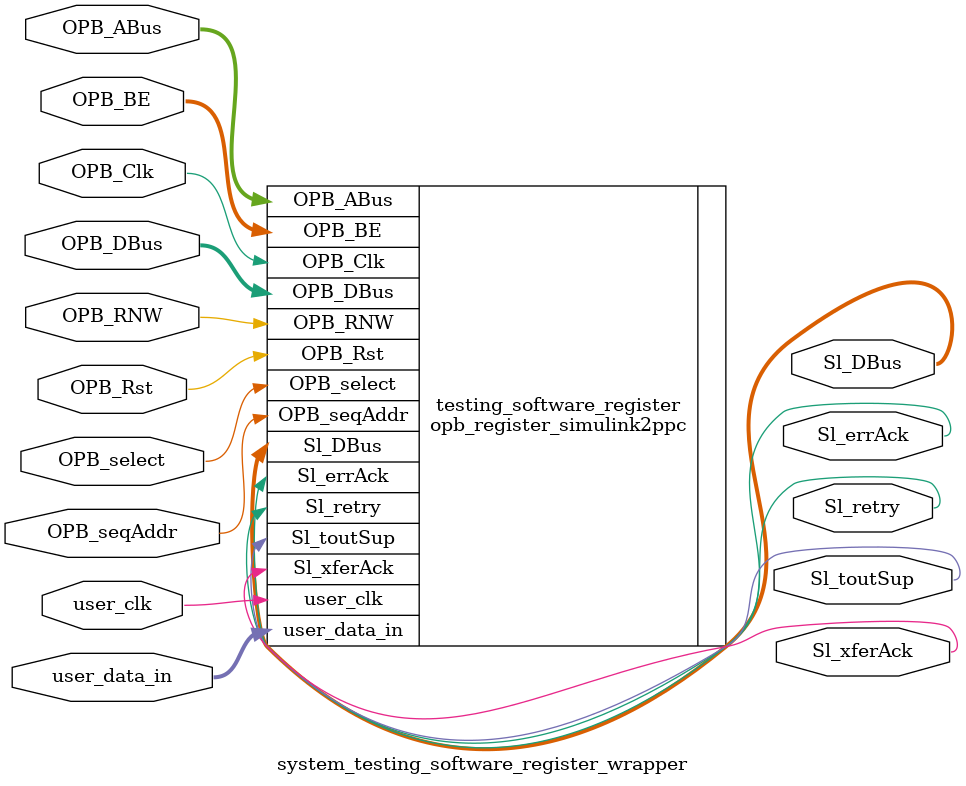
<source format=v>

module system_testing_software_register_wrapper
  (
    OPB_Clk,
    OPB_Rst,
    Sl_DBus,
    Sl_errAck,
    Sl_retry,
    Sl_toutSup,
    Sl_xferAck,
    OPB_ABus,
    OPB_BE,
    OPB_DBus,
    OPB_RNW,
    OPB_select,
    OPB_seqAddr,
    user_data_in,
    user_clk
  );
  input OPB_Clk;
  input OPB_Rst;
  output [0:31] Sl_DBus;
  output Sl_errAck;
  output Sl_retry;
  output Sl_toutSup;
  output Sl_xferAck;
  input [0:31] OPB_ABus;
  input [0:3] OPB_BE;
  input [0:31] OPB_DBus;
  input OPB_RNW;
  input OPB_select;
  input OPB_seqAddr;
  input [31:0] user_data_in;
  input user_clk;

  opb_register_simulink2ppc
    #(
      .C_BASEADDR ( 32'h0100E100 ),
      .C_HIGHADDR ( 32'h0100E1FF ),
      .C_OPB_AWIDTH ( 32 ),
      .C_OPB_DWIDTH ( 32 ),
      .C_FAMILY ( "virtex6" )
    )
    testing_software_register (
      .OPB_Clk ( OPB_Clk ),
      .OPB_Rst ( OPB_Rst ),
      .Sl_DBus ( Sl_DBus ),
      .Sl_errAck ( Sl_errAck ),
      .Sl_retry ( Sl_retry ),
      .Sl_toutSup ( Sl_toutSup ),
      .Sl_xferAck ( Sl_xferAck ),
      .OPB_ABus ( OPB_ABus ),
      .OPB_BE ( OPB_BE ),
      .OPB_DBus ( OPB_DBus ),
      .OPB_RNW ( OPB_RNW ),
      .OPB_select ( OPB_select ),
      .OPB_seqAddr ( OPB_seqAddr ),
      .user_data_in ( user_data_in ),
      .user_clk ( user_clk )
    );

endmodule


</source>
